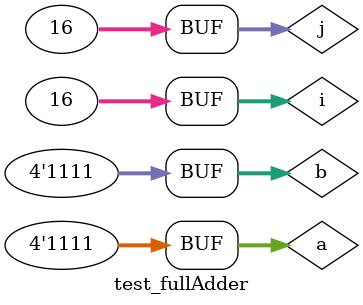
<source format=v>

module halfAdder (output s1, s0, input a, b); 
 
    // descrever por portas 
    xor  XOR1 ( s0, a, b ); 
    and AND1  ( s1, a, b ); 
 
endmodule // halfAdder

// ------------------------- 
//  full adder 
// ------------------------- 
module fullAdder ( output s1, s0, input a, b, carryIn ); 
    
    wire s, c0, c1;
    
    halfAdder HA1(c0, s, a, b);
    halfAdder HA2(c1, s0, s, carryIn);
    or OR1 (s1, c0, c1);
    //assign s0 = (c0 | c1);
 
endmodule // fullAdder 

module Adder (output s0, s1, s2, s3, s4, input a0, a1, a2, a3, b0, b1, b2, b3);
    
    wire c0, c1, c2;
    
    halfAdder HA1(c0, s0, a0, b0);
    fullAdder FA1(c1, s1, a1, b1, c0 ); 
    fullAdder FA2(c2, s2, a2, b2, c1 ); 
    fullAdder FA3(s4, s3, a3, b3, c2 ); 
 
endmodule


module test_fullAdder; 
// ------------------------- definir dados       
    reg  [3:0] a;       
    reg  [3:0] b;              
    wire [4:0] s; 
    integer i, j;
 
   Adder A1(s[0], s[1], s[2], s[3], s[4], a[0], a[1], a[2], a[3], b[0], b[1], b[2], b[3]); 
 
// ------------------------- parte principal  
    initial begin        
        
      #1 a = 4'b0000; b = 10;
      
      $display("Exemplo0801 - Larissa Domingues Gomes - 650525");     
      $display("Test ALUs full adder"); 
      
      $display("a    + b    = s5   soma");
      
      $monitor("%b + %b = %b    %b%b%b%b",a, b, s[4], s[3], s[2], s[1], s[0]);
      
    

    for ( i = 0; i < 16; i = i + 1) begin
    for ( j = 0; j < 16; j = j + 1) begin
        #1 a=i; b=j;
    end
    end
   
 // projetar testes do somador completo 
    end 
 
endmodule // test_fullAdder 
 
</source>
